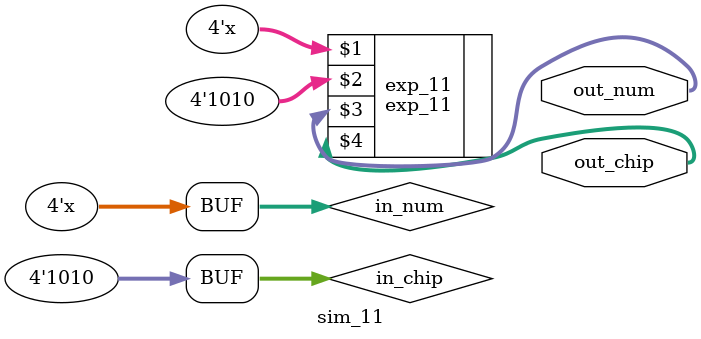
<source format=v>
`timescale 1ns / 1ps


module sim_11(
    output [6:0] out_num,
    output [3:0] out_chip
    );
      
    reg [3:0] in_num;
    reg [3:0] in_chip;
    
    initial
    begin
        in_chip = 4'b1010;
        in_num = 4'b0000;
    end
    always #20
    begin
        in_num = in_num + 1;
    end
    exp_11 exp_11(in_num, in_chip, out_num, out_chip);
endmodule



</source>
